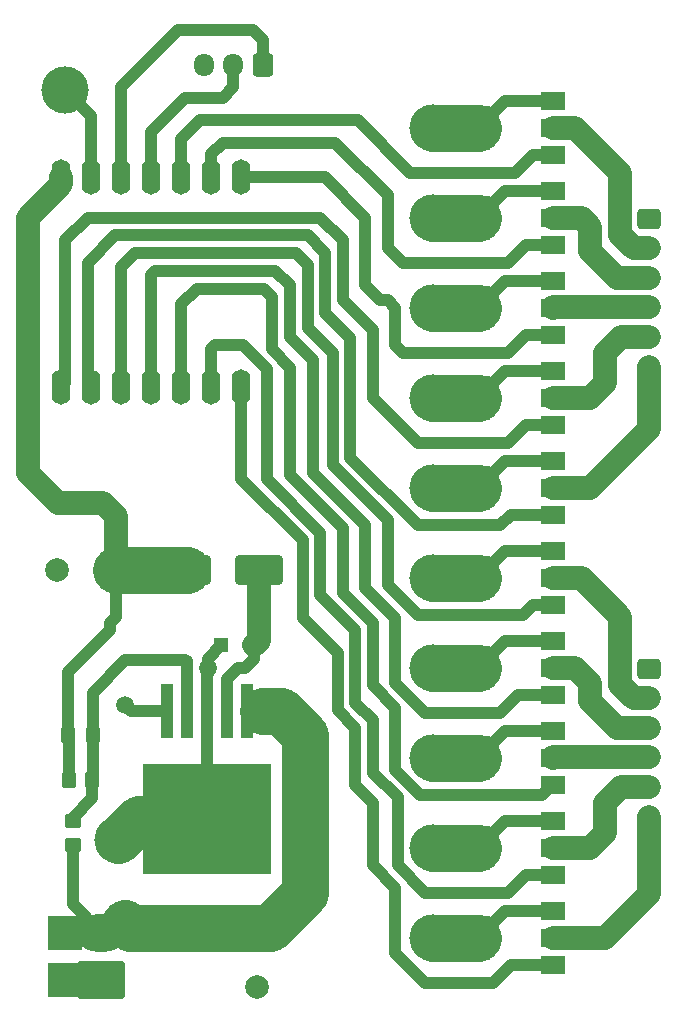
<source format=gbr>
%TF.GenerationSoftware,KiCad,Pcbnew,(6.0.6-0)*%
%TF.CreationDate,2024-07-06T11:12:15+02:00*%
%TF.ProjectId,10outputs,31306f75-7470-4757-9473-2e6b69636164,rev?*%
%TF.SameCoordinates,Original*%
%TF.FileFunction,Copper,L1,Top*%
%TF.FilePolarity,Positive*%
%FSLAX46Y46*%
G04 Gerber Fmt 4.6, Leading zero omitted, Abs format (unit mm)*
G04 Created by KiCad (PCBNEW (6.0.6-0)) date 2024-07-06 11:12:15*
%MOMM*%
%LPD*%
G01*
G04 APERTURE LIST*
G04 Aperture macros list*
%AMRoundRect*
0 Rectangle with rounded corners*
0 $1 Rounding radius*
0 $2 $3 $4 $5 $6 $7 $8 $9 X,Y pos of 4 corners*
0 Add a 4 corners polygon primitive as box body*
4,1,4,$2,$3,$4,$5,$6,$7,$8,$9,$2,$3,0*
0 Add four circle primitives for the rounded corners*
1,1,$1+$1,$2,$3*
1,1,$1+$1,$4,$5*
1,1,$1+$1,$6,$7*
1,1,$1+$1,$8,$9*
0 Add four rect primitives between the rounded corners*
20,1,$1+$1,$2,$3,$4,$5,0*
20,1,$1+$1,$4,$5,$6,$7,0*
20,1,$1+$1,$6,$7,$8,$9,0*
20,1,$1+$1,$8,$9,$2,$3,0*%
G04 Aperture macros list end*
%TA.AperFunction,ComponentPad*%
%ADD10RoundRect,0.250000X0.600000X0.725000X-0.600000X0.725000X-0.600000X-0.725000X0.600000X-0.725000X0*%
%TD*%
%TA.AperFunction,ComponentPad*%
%ADD11O,1.700000X1.950000*%
%TD*%
%TA.AperFunction,SMDPad,CuDef*%
%ADD12R,2.000000X1.500000*%
%TD*%
%TA.AperFunction,SMDPad,CuDef*%
%ADD13R,2.000000X3.800000*%
%TD*%
%TA.AperFunction,SMDPad,CuDef*%
%ADD14R,3.000000X3.000000*%
%TD*%
%TA.AperFunction,SMDPad,CuDef*%
%ADD15RoundRect,0.250000X0.350000X0.450000X-0.350000X0.450000X-0.350000X-0.450000X0.350000X-0.450000X0*%
%TD*%
%TA.AperFunction,SMDPad,CuDef*%
%ADD16RoundRect,0.800000X0.000000X-0.700000X0.000000X0.700000X0.000000X0.700000X0.000000X-0.700000X0*%
%TD*%
%TA.AperFunction,ComponentPad*%
%ADD17RoundRect,0.250000X1.800000X-1.330000X1.800000X1.330000X-1.800000X1.330000X-1.800000X-1.330000X0*%
%TD*%
%TA.AperFunction,ComponentPad*%
%ADD18O,4.100000X3.160000*%
%TD*%
%TA.AperFunction,SMDPad,CuDef*%
%ADD19RoundRect,0.250000X0.450000X-0.350000X0.450000X0.350000X-0.450000X0.350000X-0.450000X-0.350000X0*%
%TD*%
%TA.AperFunction,ComponentPad*%
%ADD20R,2.000000X2.000000*%
%TD*%
%TA.AperFunction,ComponentPad*%
%ADD21C,2.000000*%
%TD*%
%TA.AperFunction,ComponentPad*%
%ADD22RoundRect,0.250000X-0.725000X0.600000X-0.725000X-0.600000X0.725000X-0.600000X0.725000X0.600000X0*%
%TD*%
%TA.AperFunction,ComponentPad*%
%ADD23O,1.950000X1.700000*%
%TD*%
%TA.AperFunction,SMDPad,CuDef*%
%ADD24RoundRect,0.250000X0.337500X0.475000X-0.337500X0.475000X-0.337500X-0.475000X0.337500X-0.475000X0*%
%TD*%
%TA.AperFunction,SMDPad,CuDef*%
%ADD25R,1.100000X4.600000*%
%TD*%
%TA.AperFunction,SMDPad,CuDef*%
%ADD26R,10.800000X9.400000*%
%TD*%
%TA.AperFunction,SMDPad,CuDef*%
%ADD27RoundRect,0.250000X1.750000X1.000000X-1.750000X1.000000X-1.750000X-1.000000X1.750000X-1.000000X0*%
%TD*%
%TA.AperFunction,SMDPad,CuDef*%
%ADD28R,1.200000X1.200000*%
%TD*%
%TA.AperFunction,ViaPad*%
%ADD29C,4.000000*%
%TD*%
%TA.AperFunction,ViaPad*%
%ADD30C,1.500000*%
%TD*%
%TA.AperFunction,Conductor*%
%ADD31C,1.000000*%
%TD*%
%TA.AperFunction,Conductor*%
%ADD32C,4.000000*%
%TD*%
%TA.AperFunction,Conductor*%
%ADD33C,2.000000*%
%TD*%
G04 APERTURE END LIST*
D10*
%TO.P,J1,1,Pin_1*%
%TO.N,+3.3V*%
X110450000Y-39387000D03*
D11*
%TO.P,J1,2,Pin_2*%
%TO.N,IN1*%
X107950000Y-39387000D03*
%TO.P,J1,3,Pin_3*%
%TO.N,GND*%
X105450000Y-39387000D03*
%TD*%
D12*
%TO.P,Q7,1,G*%
%TO.N,OUT5*%
X134976000Y-85104000D03*
%TO.P,Q7,2,D*%
%TO.N,GND_OUT5*%
X134976000Y-82804000D03*
%TO.P,Q7,3,S*%
%TO.N,GND*%
X134976000Y-80504000D03*
D13*
%TO.P,Q7,4,S*%
X128676000Y-82804000D03*
%TD*%
D14*
%TO.P,J6,1,Pin_1*%
%TO.N,GND*%
X93726000Y-116840000D03*
%TD*%
D12*
%TO.P,Q9,1,G*%
%TO.N,OUT6*%
X134976000Y-77484000D03*
%TO.P,Q9,2,D*%
%TO.N,GND_OUT6*%
X134976000Y-75184000D03*
%TO.P,Q9,3,S*%
%TO.N,GND*%
X134976000Y-72884000D03*
D13*
%TO.P,Q9,4,S*%
X128676000Y-75184000D03*
%TD*%
D15*
%TO.P,R1,1*%
%TO.N,Net-(10nF1-Pad1)*%
X95996000Y-99949000D03*
%TO.P,R1,2*%
%TO.N,+5V*%
X93996000Y-99949000D03*
%TD*%
D16*
%TO.P,U4,1,PA02_A0_D0*%
%TO.N,OUT7*%
X93373076Y-66690000D03*
%TO.P,U4,2,PA4_A1_D1*%
%TO.N,OUT6*%
X95913076Y-66690000D03*
%TO.P,U4,3,PA10_A2_D2*%
%TO.N,OUT5*%
X98453076Y-66690000D03*
%TO.P,U4,4,PA11_A3_D3*%
%TO.N,OUT4*%
X100993076Y-66690000D03*
%TO.P,U4,5,PA8_A4_D4_SDA*%
%TO.N,OUT3*%
X103533076Y-66690000D03*
%TO.P,U4,6,PA9_A5_D5_SCL*%
%TO.N,OUT2*%
X106073076Y-66690000D03*
%TO.P,U4,7,PB08_A6_D6_TX*%
%TO.N,OUT1*%
X108613076Y-66690000D03*
%TO.P,U4,8,PB09_A7_D7_RX*%
%TO.N,OUT8*%
X108613076Y-48910000D03*
%TO.P,U4,9,PA7_A8_D8_SCK*%
%TO.N,OUT9*%
X106073076Y-48910000D03*
%TO.P,U4,10,PA5_A9_D9_MISO*%
%TO.N,OUT10*%
X103533076Y-48910000D03*
%TO.P,U4,11,PA6_A10_D10_MOSI*%
%TO.N,IN1*%
X100993076Y-48910000D03*
%TO.P,U4,12,3V3*%
%TO.N,+3.3V*%
X98453076Y-48910000D03*
%TO.P,U4,13,GND*%
%TO.N,GND*%
X95913076Y-48910000D03*
%TO.P,U4,14,5V*%
%TO.N,+5V*%
X93373076Y-48910000D03*
%TD*%
D17*
%TO.P,J4,1,Pin_1*%
%TO.N,GND*%
X96774000Y-116840000D03*
D18*
%TO.P,J4,2,Pin_2*%
%TO.N,+24V*%
X96774000Y-112880000D03*
%TD*%
D19*
%TO.P,1k1,1*%
%TO.N,+24V*%
X94361000Y-105394000D03*
%TO.P,1k1,2*%
%TO.N,Net-(10nF1-Pad1)*%
X94361000Y-103394000D03*
%TD*%
D12*
%TO.P,Q5,1,G*%
%TO.N,OUT4*%
X134976000Y-92724000D03*
%TO.P,Q5,2,D*%
%TO.N,GND_OUT4*%
X134976000Y-90424000D03*
%TO.P,Q5,3,S*%
%TO.N,GND*%
X134976000Y-88124000D03*
D13*
%TO.P,Q5,4,S*%
X128676000Y-90424000D03*
%TD*%
D12*
%TO.P,Q3,1,G*%
%TO.N,OUT3*%
X134976000Y-100344000D03*
%TO.P,Q3,2,D*%
%TO.N,GND_OUT3*%
X134976000Y-98044000D03*
%TO.P,Q3,3,S*%
%TO.N,GND*%
X134976000Y-95744000D03*
D13*
%TO.P,Q3,4,S*%
X128676000Y-98044000D03*
%TD*%
D12*
%TO.P,Q10,1,G*%
%TO.N,OUT10*%
X134976000Y-47004000D03*
%TO.P,Q10,2,D*%
%TO.N,GND_OUT10*%
X134976000Y-44704000D03*
%TO.P,Q10,3,S*%
%TO.N,GND*%
X134976000Y-42404000D03*
D13*
%TO.P,Q10,4,S*%
X128676000Y-44704000D03*
%TD*%
D20*
%TO.P,C1,1*%
%TO.N,+24V*%
X109982000Y-112440323D03*
D21*
%TO.P,C1,2*%
%TO.N,GND*%
X109982000Y-117440323D03*
%TD*%
D22*
%TO.P,J3,1,Pin_1*%
%TO.N,+24V*%
X143146000Y-52424000D03*
D23*
%TO.P,J3,2,Pin_2*%
%TO.N,GND_OUT10*%
X143146000Y-54924000D03*
%TO.P,J3,3,Pin_3*%
%TO.N,GND_OUT9*%
X143146000Y-57424000D03*
%TO.P,J3,4,Pin_4*%
%TO.N,GND_OUT8*%
X143146000Y-59924000D03*
%TO.P,J3,5,Pin_5*%
%TO.N,GND_OUT7*%
X143146000Y-62424000D03*
%TO.P,J3,6,Pin_6*%
%TO.N,GND_OUT6*%
X143146000Y-64924000D03*
%TD*%
D12*
%TO.P,Q2,1,G*%
%TO.N,OUT2*%
X134976000Y-107964000D03*
%TO.P,Q2,2,D*%
%TO.N,GND_OUT2*%
X134976000Y-105664000D03*
%TO.P,Q2,3,S*%
%TO.N,GND*%
X134976000Y-103364000D03*
D13*
%TO.P,Q2,4,S*%
X128676000Y-105664000D03*
%TD*%
D24*
%TO.P,10nF1,1*%
%TO.N,Net-(10nF1-Pad1)*%
X96033500Y-96139000D03*
%TO.P,10nF1,2*%
%TO.N,+5V*%
X93958500Y-96139000D03*
%TD*%
D25*
%TO.P,U1,1,VIN*%
%TO.N,+24V*%
X109083000Y-94089000D03*
%TO.P,U1,2,OUT*%
%TO.N,Net-(D1-Pad1)*%
X107383000Y-94089000D03*
%TO.P,U1,3,GND*%
%TO.N,GND*%
X105683000Y-94089000D03*
D26*
X105683000Y-103239000D03*
D25*
%TO.P,U1,4,FB*%
%TO.N,Net-(10nF1-Pad1)*%
X103983000Y-94089000D03*
%TO.P,U1,5,~{ON}/OFF*%
%TO.N,GND*%
X102283000Y-94089000D03*
%TD*%
D20*
%TO.P,C2,1*%
%TO.N,+5V*%
X97998677Y-82169000D03*
D21*
%TO.P,C2,2*%
%TO.N,GND*%
X92998677Y-82169000D03*
%TD*%
D12*
%TO.P,Q1,1,G*%
%TO.N,OUT1*%
X134976000Y-115584000D03*
%TO.P,Q1,2,D*%
%TO.N,GND_OUT1*%
X134976000Y-113284000D03*
%TO.P,Q1,3,S*%
%TO.N,GND*%
X134976000Y-110984000D03*
D13*
%TO.P,Q1,4,S*%
X128676000Y-113284000D03*
%TD*%
D12*
%TO.P,Q4,1,G*%
%TO.N,OUT7*%
X134976000Y-69864000D03*
%TO.P,Q4,2,D*%
%TO.N,GND_OUT7*%
X134976000Y-67564000D03*
%TO.P,Q4,3,S*%
%TO.N,GND*%
X134976000Y-65264000D03*
D13*
%TO.P,Q4,4,S*%
X128676000Y-67564000D03*
%TD*%
D14*
%TO.P,J5,1,Pin_1*%
%TO.N,+24V*%
X93726000Y-112903000D03*
%TD*%
D27*
%TO.P,L1,1,1*%
%TO.N,Net-(D1-Pad1)*%
X110111000Y-82169000D03*
%TO.P,L1,2,2*%
%TO.N,+5V*%
X104011000Y-82169000D03*
%TD*%
D28*
%TO.P,D1,1,K*%
%TO.N,Net-(D1-Pad1)*%
X109731000Y-88519000D03*
%TO.P,D1,2,A*%
%TO.N,GND*%
X106931000Y-88519000D03*
%TD*%
D12*
%TO.P,Q6,1,G*%
%TO.N,OUT8*%
X134976000Y-62244000D03*
%TO.P,Q6,2,D*%
%TO.N,GND_OUT8*%
X134976000Y-59944000D03*
%TO.P,Q6,3,S*%
%TO.N,GND*%
X134976000Y-57644000D03*
D13*
%TO.P,Q6,4,S*%
X128676000Y-59944000D03*
%TD*%
D22*
%TO.P,J2,1,Pin_1*%
%TO.N,+24V*%
X143146000Y-90524000D03*
D23*
%TO.P,J2,2,Pin_2*%
%TO.N,GND_OUT5*%
X143146000Y-93024000D03*
%TO.P,J2,3,Pin_3*%
%TO.N,GND_OUT4*%
X143146000Y-95524000D03*
%TO.P,J2,4,Pin_4*%
%TO.N,GND_OUT3*%
X143146000Y-98024000D03*
%TO.P,J2,5,Pin_5*%
%TO.N,GND_OUT2*%
X143146000Y-100524000D03*
%TO.P,J2,6,Pin_6*%
%TO.N,GND_OUT1*%
X143146000Y-103024000D03*
%TD*%
D12*
%TO.P,Q8,1,G*%
%TO.N,OUT9*%
X134976000Y-54624000D03*
%TO.P,Q8,2,D*%
%TO.N,GND_OUT9*%
X134976000Y-52324000D03*
%TO.P,Q8,3,S*%
%TO.N,GND*%
X134976000Y-50024000D03*
D13*
%TO.P,Q8,4,S*%
X128676000Y-52324000D03*
%TD*%
D29*
%TO.N,GND*%
X124841000Y-82804000D03*
X124841000Y-67564000D03*
D30*
X105791000Y-90424000D03*
D29*
X124841000Y-44704000D03*
X124841000Y-98044000D03*
X98171000Y-105029000D03*
X124841000Y-90424000D03*
X124841000Y-52324000D03*
X124841000Y-113284000D03*
X124841000Y-59944000D03*
X124841000Y-75184000D03*
X93726000Y-41529000D03*
D30*
X98806000Y-93599000D03*
D29*
X124841000Y-105664000D03*
%TD*%
D31*
%TO.N,GND*%
X134976000Y-50024000D02*
X130976000Y-50024000D01*
D32*
X99961000Y-103239000D02*
X98171000Y-105029000D01*
D31*
X130976000Y-103364000D02*
X128676000Y-105664000D01*
D32*
X128676000Y-75184000D02*
X124841000Y-75184000D01*
X128676000Y-90424000D02*
X124841000Y-90424000D01*
D31*
X130976000Y-80504000D02*
X128676000Y-82804000D01*
D32*
X128676000Y-98044000D02*
X124841000Y-98044000D01*
D31*
X130976000Y-65264000D02*
X128676000Y-67564000D01*
X130976000Y-57644000D02*
X128676000Y-59944000D01*
D32*
X128676000Y-67564000D02*
X124841000Y-67564000D01*
D31*
X134976000Y-65264000D02*
X130976000Y-65264000D01*
X105683000Y-91037000D02*
X105791000Y-90929000D01*
X99296000Y-94089000D02*
X98806000Y-93599000D01*
D32*
X128676000Y-44704000D02*
X124841000Y-44704000D01*
D31*
X134976000Y-57644000D02*
X130976000Y-57644000D01*
X130976000Y-95744000D02*
X128676000Y-98044000D01*
X130976000Y-42404000D02*
X128676000Y-44704000D01*
X134976000Y-103364000D02*
X130976000Y-103364000D01*
D32*
X128676000Y-82804000D02*
X124841000Y-82804000D01*
X128676000Y-52324000D02*
X124841000Y-52324000D01*
D31*
X95913076Y-48910000D02*
X95913076Y-43716076D01*
X105791000Y-90929000D02*
X105791000Y-90424000D01*
X105683000Y-94089000D02*
X105683000Y-103239000D01*
X102283000Y-94089000D02*
X99296000Y-94089000D01*
D32*
X128676000Y-113284000D02*
X124841000Y-113284000D01*
X128676000Y-59944000D02*
X124841000Y-59944000D01*
D31*
X134976000Y-110984000D02*
X130976000Y-110984000D01*
D32*
X128676000Y-105664000D02*
X124841000Y-105664000D01*
D31*
X105683000Y-94089000D02*
X105683000Y-91037000D01*
D32*
X105683000Y-103239000D02*
X99961000Y-103239000D01*
D31*
X134976000Y-88124000D02*
X130976000Y-88124000D01*
X134976000Y-80504000D02*
X130976000Y-80504000D01*
X105791000Y-89659000D02*
X106931000Y-88519000D01*
X134976000Y-72884000D02*
X130976000Y-72884000D01*
X134976000Y-42404000D02*
X130976000Y-42404000D01*
X105791000Y-90424000D02*
X105791000Y-89659000D01*
X95913076Y-43716076D02*
X93726000Y-41529000D01*
X130976000Y-110984000D02*
X128676000Y-113284000D01*
X130976000Y-88124000D02*
X128676000Y-90424000D01*
X134976000Y-95744000D02*
X130976000Y-95744000D01*
X130976000Y-50024000D02*
X128676000Y-52324000D01*
X130976000Y-72884000D02*
X128676000Y-75184000D01*
%TO.N,+3.3V*%
X103251000Y-36449000D02*
X109601000Y-36449000D01*
X98453076Y-41246924D02*
X103251000Y-36449000D01*
X98453076Y-48910000D02*
X98453076Y-41246924D01*
X110450000Y-37298000D02*
X110450000Y-39387000D01*
X109601000Y-36449000D02*
X110450000Y-37298000D01*
%TO.N,OUT1*%
X116761000Y-93990320D02*
X116761000Y-89154000D01*
X134976000Y-115584000D02*
X131431000Y-115584000D01*
X113816000Y-79615320D02*
X108613076Y-74412396D01*
X124206000Y-117094000D02*
X121666000Y-114554000D01*
X113816000Y-86209000D02*
X113816000Y-79615320D01*
X108613076Y-74412396D02*
X108613076Y-66690000D01*
X121666000Y-114554000D02*
X121666000Y-109055320D01*
X119761000Y-101854000D02*
X118261000Y-100354000D01*
X121666000Y-109055320D02*
X119761000Y-107150320D01*
X129921000Y-117094000D02*
X124206000Y-117094000D01*
X118261000Y-100354000D02*
X118261000Y-95490320D01*
X116761000Y-89154000D02*
X113816000Y-86209000D01*
X131431000Y-115584000D02*
X129921000Y-117094000D01*
X119761000Y-107150320D02*
X119761000Y-101854000D01*
X118261000Y-95490320D02*
X116761000Y-93990320D01*
%TO.N,OUT3*%
X112776000Y-74130320D02*
X112776000Y-65024000D01*
X123773359Y-101219000D02*
X121666000Y-99111641D01*
X134976000Y-100344000D02*
X134101000Y-101219000D01*
X112776000Y-65024000D02*
X111221000Y-63469000D01*
X121666000Y-99111641D02*
X121666000Y-93815320D01*
X111221000Y-63469000D02*
X111221000Y-59024000D01*
X103533076Y-59661924D02*
X103533076Y-66690000D01*
X121666000Y-93815320D02*
X119761000Y-91910320D01*
X119761000Y-86614000D02*
X117221000Y-84074000D01*
X111221000Y-59024000D02*
X110521000Y-58324000D01*
X110521000Y-58324000D02*
X104871000Y-58324000D01*
X119761000Y-91910320D02*
X119761000Y-86614000D01*
X117221000Y-84074000D02*
X117221000Y-78575320D01*
X117221000Y-78575320D02*
X112776000Y-74130320D01*
X134101000Y-101219000D02*
X123773359Y-101219000D01*
X104871000Y-58324000D02*
X103533076Y-59661924D01*
%TO.N,OUT2*%
X106073076Y-63471924D02*
X106073076Y-66690000D01*
X110762840Y-65132160D02*
X108749680Y-63119000D01*
X118261000Y-93369000D02*
X118261000Y-87235320D01*
X121841000Y-101407961D02*
X119761000Y-99327961D01*
X132701000Y-107964000D02*
X131191000Y-109474000D01*
X121841000Y-107109000D02*
X121841000Y-101407961D01*
X118261000Y-87235320D02*
X115316000Y-84290320D01*
X119761000Y-99327961D02*
X119761000Y-94869000D01*
X108749680Y-63119000D02*
X106426000Y-63119000D01*
X115316000Y-84290320D02*
X115316000Y-78994000D01*
X131191000Y-109474000D02*
X124206000Y-109474000D01*
X115316000Y-78994000D02*
X110762840Y-74440840D01*
X119761000Y-94869000D02*
X118261000Y-93369000D01*
X124206000Y-109474000D02*
X121841000Y-107109000D01*
X134976000Y-107964000D02*
X132701000Y-107964000D01*
X110762840Y-74440840D02*
X110762840Y-65132160D01*
X106426000Y-63119000D02*
X106073076Y-63471924D01*
%TO.N,OUT4*%
X121666000Y-91694000D02*
X121666000Y-86195320D01*
X111506000Y-56824000D02*
X101346000Y-56824000D01*
X112721000Y-62429000D02*
X112721000Y-58039000D01*
X121666000Y-86195320D02*
X119126000Y-83655320D01*
X130556000Y-94234000D02*
X124206000Y-94234000D01*
X119126000Y-83655320D02*
X119126000Y-78359000D01*
X101346000Y-56824000D02*
X100993076Y-57176924D01*
X114681000Y-64389000D02*
X112721000Y-62429000D01*
X114681000Y-73914000D02*
X114681000Y-64389000D01*
X100993076Y-57176924D02*
X100993076Y-66690000D01*
X119126000Y-78359000D02*
X114681000Y-73914000D01*
X124206000Y-94234000D02*
X121666000Y-91694000D01*
X132066000Y-92724000D02*
X130556000Y-94234000D01*
X112721000Y-58039000D02*
X111506000Y-56824000D01*
X134976000Y-92724000D02*
X132066000Y-92724000D01*
D33*
%TO.N,GND_OUT1*%
X139446000Y-113284000D02*
X134976000Y-113284000D01*
X143146000Y-109584000D02*
X139446000Y-113284000D01*
X143146000Y-103024000D02*
X143146000Y-109584000D01*
%TO.N,GND_OUT2*%
X139446000Y-101854000D02*
X139446000Y-104394000D01*
X140776000Y-100524000D02*
X139446000Y-101854000D01*
X143146000Y-100524000D02*
X140776000Y-100524000D01*
X139446000Y-104394000D02*
X138176000Y-105664000D01*
X138176000Y-105664000D02*
X134976000Y-105664000D01*
%TO.N,GND_OUT3*%
X134996000Y-98024000D02*
X134976000Y-98044000D01*
X143146000Y-98024000D02*
X134996000Y-98024000D01*
D32*
%TO.N,+24V*%
X111996000Y-94089000D02*
X110433000Y-94089000D01*
X99232323Y-112440323D02*
X98806000Y-112014000D01*
X114046000Y-96139000D02*
X111996000Y-94089000D01*
D31*
X94361000Y-110467000D02*
X96774000Y-112880000D01*
D32*
X109982000Y-112440323D02*
X99232323Y-112440323D01*
X111079677Y-112440323D02*
X114046000Y-109474000D01*
D31*
X94361000Y-105394000D02*
X94361000Y-110467000D01*
D32*
X109982000Y-112440323D02*
X111079677Y-112440323D01*
X114046000Y-109474000D02*
X114046000Y-96139000D01*
D33*
%TO.N,Net-(D1-Pad1)*%
X110111000Y-88139000D02*
X109731000Y-88519000D01*
X110366000Y-82424000D02*
X110111000Y-82169000D01*
D31*
X107383000Y-91372000D02*
X108331000Y-90424000D01*
X108966000Y-90424000D02*
X109731000Y-89659000D01*
D33*
X110111000Y-82169000D02*
X110111000Y-88139000D01*
D31*
X108331000Y-90424000D02*
X108966000Y-90424000D01*
X107383000Y-94089000D02*
X107383000Y-91372000D01*
X109731000Y-89659000D02*
X109731000Y-88519000D01*
%TO.N,Net-(10nF1-Pad1)*%
X96033500Y-96139000D02*
X96033500Y-92561500D01*
X96033500Y-92561500D02*
X98806000Y-89789000D01*
X103886000Y-89789000D02*
X103983000Y-89886000D01*
X98806000Y-89789000D02*
X103886000Y-89789000D01*
X94361000Y-103394000D02*
X94361000Y-103124000D01*
X103983000Y-89886000D02*
X103983000Y-94089000D01*
X95996000Y-101489000D02*
X95996000Y-99949000D01*
X96033500Y-96139000D02*
X96033500Y-99911500D01*
X94361000Y-103124000D02*
X95996000Y-101489000D01*
X96033500Y-99911500D02*
X95996000Y-99949000D01*
%TO.N,OUT5*%
X114221000Y-61619000D02*
X114221000Y-56309000D01*
X116356000Y-63754000D02*
X114221000Y-61619000D01*
X116356000Y-73265320D02*
X116356000Y-63754000D01*
X121031000Y-83439000D02*
X121031000Y-77940320D01*
X134976000Y-85104000D02*
X133336000Y-85104000D01*
X121031000Y-77940320D02*
X116356000Y-73265320D01*
X113236000Y-55324000D02*
X99616000Y-55324000D01*
X132461000Y-85979000D02*
X123571000Y-85979000D01*
X98453076Y-56486924D02*
X98453076Y-66690000D01*
X133336000Y-85104000D02*
X132461000Y-85979000D01*
X99616000Y-55324000D02*
X98453076Y-56486924D01*
X114221000Y-56309000D02*
X113236000Y-55324000D01*
X123571000Y-85979000D02*
X121031000Y-83439000D01*
%TO.N,OUT9*%
X106073076Y-46961924D02*
X107061000Y-45974000D01*
X122301000Y-56134000D02*
X131191000Y-56134000D01*
X121031000Y-50419000D02*
X121031000Y-54864000D01*
X132701000Y-54624000D02*
X134976000Y-54624000D01*
X106073076Y-48910000D02*
X106073076Y-46961924D01*
X131191000Y-56134000D02*
X132701000Y-54624000D01*
X107061000Y-45974000D02*
X116586000Y-45974000D01*
X116586000Y-45974000D02*
X121031000Y-50419000D01*
X121031000Y-54864000D02*
X122301000Y-56134000D01*
%TO.N,IN1*%
X103886000Y-42164000D02*
X107061000Y-42164000D01*
X107061000Y-42164000D02*
X107950000Y-41275000D01*
X107950000Y-41275000D02*
X107950000Y-39387000D01*
X100993076Y-45056924D02*
X103886000Y-42164000D01*
X100993076Y-48910000D02*
X100993076Y-45056924D01*
D33*
%TO.N,GND_OUT10*%
X140716000Y-48514000D02*
X136906000Y-44704000D01*
X140671000Y-48559000D02*
X140716000Y-48514000D01*
X141846126Y-54924000D02*
X140671000Y-53748874D01*
X140671000Y-53748874D02*
X140671000Y-48559000D01*
X143146000Y-54924000D02*
X141846126Y-54924000D01*
X136906000Y-44704000D02*
X134976000Y-44704000D01*
D31*
%TO.N,OUT8*%
X119126000Y-58039000D02*
X120396000Y-59309000D01*
X121031000Y-59309000D02*
X121666000Y-59944000D01*
X131191000Y-63754000D02*
X132701000Y-62244000D01*
X119126000Y-52324000D02*
X119126000Y-58039000D01*
X120396000Y-59309000D02*
X121031000Y-59309000D01*
X115712000Y-48910000D02*
X119126000Y-52324000D01*
X122301000Y-63754000D02*
X131191000Y-63754000D01*
X121666000Y-59944000D02*
X121666000Y-63119000D01*
X108613076Y-48910000D02*
X115712000Y-48910000D01*
X121666000Y-63119000D02*
X122301000Y-63754000D01*
X132701000Y-62244000D02*
X134976000Y-62244000D01*
%TO.N,OUT7*%
X93726000Y-66337076D02*
X93373076Y-66690000D01*
X134976000Y-69864000D02*
X132701000Y-69864000D01*
X115316000Y-52324000D02*
X95631000Y-52324000D01*
X93726000Y-54229000D02*
X93726000Y-66337076D01*
X132701000Y-69864000D02*
X131191000Y-71374000D01*
X117221000Y-59309000D02*
X117221000Y-54229000D01*
X95631000Y-52324000D02*
X93726000Y-54229000D01*
X123571000Y-71374000D02*
X119761000Y-67564000D01*
X119761000Y-61849000D02*
X117221000Y-59309000D01*
X131191000Y-71374000D02*
X123571000Y-71374000D01*
X119761000Y-67564000D02*
X119761000Y-61849000D01*
X117221000Y-54229000D02*
X115316000Y-52324000D01*
%TO.N,OUT6*%
X115721000Y-60349000D02*
X115721000Y-55269000D01*
X130556000Y-78359000D02*
X123571000Y-78359000D01*
X115721000Y-55269000D02*
X114276000Y-53824000D01*
X123571000Y-78359000D02*
X117856000Y-72644000D01*
X114276000Y-53824000D02*
X97941000Y-53824000D01*
X95631000Y-66407924D02*
X95913076Y-66690000D01*
X117856000Y-72644000D02*
X117856000Y-62484000D01*
X95631000Y-56134000D02*
X95631000Y-66407924D01*
X131431000Y-77484000D02*
X130556000Y-78359000D01*
X134976000Y-77484000D02*
X131431000Y-77484000D01*
X117856000Y-62484000D02*
X115721000Y-60349000D01*
X97941000Y-53824000D02*
X95631000Y-56134000D01*
%TO.N,+5V*%
X93958500Y-90826500D02*
X97536000Y-87249000D01*
X97536000Y-87249000D02*
X97536000Y-86614000D01*
D33*
X90551000Y-52324000D02*
X90551000Y-73914000D01*
D31*
X97536000Y-86614000D02*
X97998677Y-86151323D01*
X93958500Y-96139000D02*
X93958500Y-90826500D01*
X93996000Y-99949000D02*
X93996000Y-96176500D01*
X97998677Y-86151323D02*
X97998677Y-82169000D01*
D33*
X96901000Y-76454000D02*
X97998677Y-77551677D01*
X93091000Y-76454000D02*
X96901000Y-76454000D01*
D31*
X93996000Y-96176500D02*
X93958500Y-96139000D01*
D33*
X90551000Y-73914000D02*
X93091000Y-76454000D01*
X97998677Y-77551677D02*
X97998677Y-82169000D01*
D32*
X104011000Y-82169000D02*
X97998677Y-82169000D01*
D33*
X93373076Y-49501924D02*
X90551000Y-52324000D01*
X93373076Y-48910000D02*
X93373076Y-49501924D01*
%TO.N,GND_OUT7*%
X139446000Y-66294000D02*
X138176000Y-67564000D01*
X139446000Y-63754000D02*
X139446000Y-66294000D01*
X140776000Y-62424000D02*
X139446000Y-63754000D01*
X138176000Y-67564000D02*
X134976000Y-67564000D01*
X143146000Y-62424000D02*
X140776000Y-62424000D01*
%TO.N,GND_OUT8*%
X143146000Y-59924000D02*
X134996000Y-59924000D01*
X134996000Y-59924000D02*
X134976000Y-59944000D01*
%TO.N,GND_OUT9*%
X143146000Y-57424000D02*
X140421000Y-57424000D01*
X138171000Y-55174000D02*
X138171000Y-53069000D01*
X140421000Y-57424000D02*
X138171000Y-55174000D01*
X138171000Y-53069000D02*
X137426000Y-52324000D01*
X137426000Y-52324000D02*
X134976000Y-52324000D01*
%TO.N,GND_OUT4*%
X136901000Y-90424000D02*
X134976000Y-90424000D01*
X138171000Y-91694000D02*
X136901000Y-90424000D01*
X140421000Y-95524000D02*
X138171000Y-93274000D01*
X138171000Y-93274000D02*
X138171000Y-91694000D01*
X143146000Y-95524000D02*
X140421000Y-95524000D01*
%TO.N,GND_OUT5*%
X143146000Y-93024000D02*
X141846126Y-93024000D01*
X140671000Y-91848874D02*
X140671000Y-89199000D01*
X137426000Y-82804000D02*
X134976000Y-82804000D01*
X141846126Y-93024000D02*
X140671000Y-91848874D01*
X140716000Y-86094000D02*
X137426000Y-82804000D01*
X140716000Y-89154000D02*
X140716000Y-86094000D01*
X140671000Y-89199000D02*
X140716000Y-89154000D01*
%TO.N,GND_OUT6*%
X138176000Y-75184000D02*
X134976000Y-75184000D01*
X143146000Y-70214000D02*
X138176000Y-75184000D01*
X143146000Y-64924000D02*
X143146000Y-70214000D01*
D31*
%TO.N,OUT10*%
X133336000Y-47004000D02*
X134976000Y-47004000D01*
X131826000Y-48514000D02*
X133336000Y-47004000D01*
X118491000Y-44069000D02*
X122936000Y-48514000D01*
X122936000Y-48514000D02*
X131826000Y-48514000D01*
X103533076Y-45691924D02*
X105156000Y-44069000D01*
X103533076Y-48910000D02*
X103533076Y-45691924D01*
X105156000Y-44069000D02*
X118491000Y-44069000D01*
%TD*%
M02*

</source>
